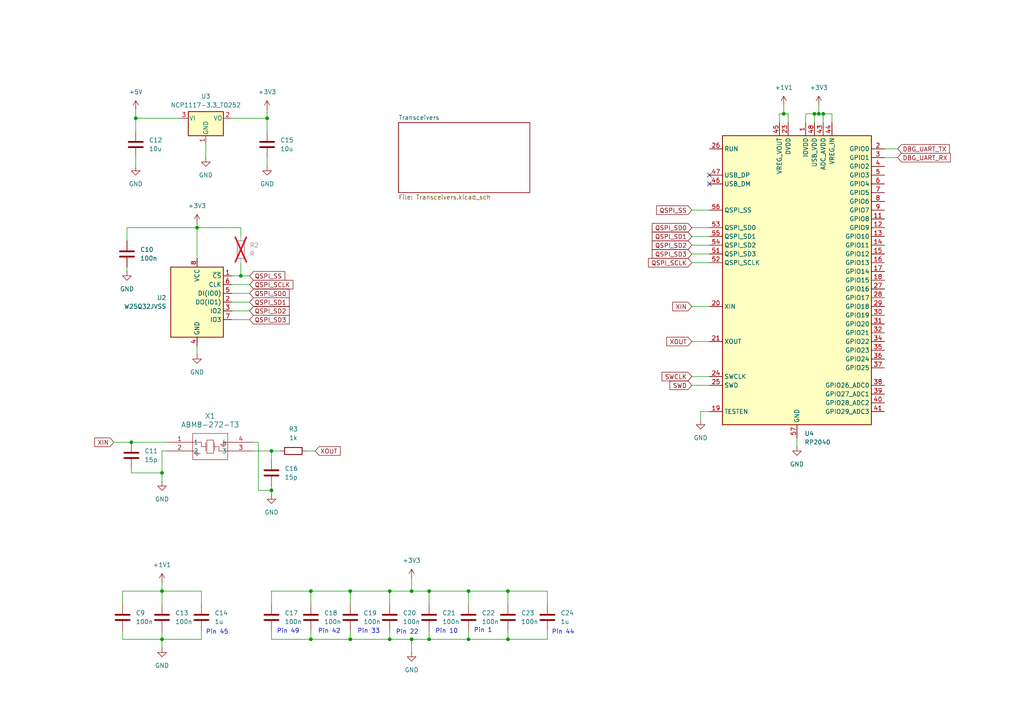
<source format=kicad_sch>
(kicad_sch (version 20231120) (generator "eeschema") (generator_version "8.0")
  (paper "A4")
  (lib_symbols
    (symbol "Device:C" (pin_numbers hide) (pin_names (offset 0.254))
      (property "Reference" "C" (at 0.635 2.54 0))
      (property "Value" "C" (at 0.635 -2.54 0))
      (symbol "C_0_1"
        (polyline (pts (xy -2.032 -0.762) (xy 2.032 -0.762)) (stroke (width 0.508)))
        (polyline (pts (xy -2.032 0.762) (xy 2.032 0.762)) (stroke (width 0.508)))
      )
      (symbol "C_1_1"
        (pin passive line (at 0 3.81 270) (length 2.794) (name "~") (number "1"))
        (pin passive line (at 0 -3.81 90) (length 2.794) (name "~") (number "2"))
      )
    )
    (symbol "Device:R" (pin_numbers hide) (pin_names (offset 0))
      (property "Reference" "R" (at 2.032 0 90))
      (property "Value" "R" (at 0 0 90))
      (symbol "R_0_1"
        (rectangle (start -1.016 -2.54) (end 1.016 2.54) (stroke (width 0.254)))
      )
      (symbol "R_1_1"
        (pin passive line (at 0 3.81 270) (length 1.27) (name "~") (number "1"))
        (pin passive line (at 0 -3.81 90) (length 1.27) (name "~") (number "2"))
      )
    )
    (symbol "Local:ABM8-272-T3" (pin_names (offset 0.254))
      (property "Reference" "X" (at 12.7 7.62 0))
      (property "Value" "ABM8-272-T3" (at 12.7 5.08 0))
      (symbol "ABM8-272-T3_0_1"
        (polyline (pts (xy 7.62 -5.08) (xy 17.78 -5.08)) (stroke (width 0.127)))
        (polyline (pts (xy 7.62 -2.54) (xy 8.89 -2.54)) (stroke (width 0.127)))
        (polyline (pts (xy 7.62 2.54) (xy 7.62 -5.08)) (stroke (width 0.127)))
        (polyline (pts (xy 7.9375 -3.175) (xy 9.8425 -3.175)) (stroke (width 0.127)))
        (polyline (pts (xy 8.255 -3.4925) (xy 9.525 -3.4925)) (stroke (width 0.127)))
        (polyline (pts (xy 8.5725 -3.81) (xy 9.2075 -3.81)) (stroke (width 0.127)))
        (polyline (pts (xy 8.89 -2.54) (xy 8.89 -3.175)) (stroke (width 0.127)))
        (polyline (pts (xy 10.16 -1.27) (xy 10.16 0)) (stroke (width 0.127)))
        (polyline (pts (xy 10.16 0) (xy 7.62 0)) (stroke (width 0.127)))
        (polyline (pts (xy 11.43 -1.27) (xy 10.16 -1.27)) (stroke (width 0.127)))
        (polyline (pts (xy 11.43 0) (xy 11.43 -2.54)) (stroke (width 0.127)))
        (polyline (pts (xy 11.7475 -3.175) (xy 13.6525 -3.175)) (stroke (width 0.127)))
        (polyline (pts (xy 11.7475 0.635) (xy 11.7475 -3.175)) (stroke (width 0.127)))
        (polyline (pts (xy 13.6525 -3.175) (xy 13.6525 0.635)) (stroke (width 0.127)))
        (polyline (pts (xy 13.6525 0.635) (xy 11.7475 0.635)) (stroke (width 0.127)))
        (polyline (pts (xy 13.97 -1.27) (xy 15.24 -1.27)) (stroke (width 0.127)))
        (polyline (pts (xy 13.97 0) (xy 13.97 -2.54)) (stroke (width 0.127)))
        (polyline (pts (xy 15.24 -2.54) (xy 17.78 -2.54)) (stroke (width 0.127)))
        (polyline (pts (xy 15.24 -1.27) (xy 15.24 -2.54)) (stroke (width 0.127)))
        (polyline (pts (xy 16.51 0) (xy 16.51 -0.635)) (stroke (width 0.127)))
        (polyline (pts (xy 16.8275 -1.27) (xy 16.1925 -1.27)) (stroke (width 0.127)))
        (polyline (pts (xy 17.145 -0.9525) (xy 15.875 -0.9525)) (stroke (width 0.127)))
        (polyline (pts (xy 17.4625 -0.635) (xy 15.5575 -0.635)) (stroke (width 0.127)))
        (polyline (pts (xy 17.78 -5.08) (xy 17.78 2.54)) (stroke (width 0.127)))
        (polyline (pts (xy 17.78 0) (xy 16.51 0)) (stroke (width 0.127)))
        (polyline (pts (xy 17.78 2.54) (xy 7.62 2.54)) (stroke (width 0.127)))
        (pin unspecified line (at 0 0 0) (length 7.62) (name "1") (number "1"))
        (pin unspecified line (at 0 -2.54 0) (length 7.62) (name "2") (number "2"))
        (pin unspecified line (at 25.4 -2.54 180) (length 7.62) (name "3") (number "3"))
        (pin unspecified line (at 25.4 0 180) (length 7.62) (name "4") (number "4"))
      )
    )
    (symbol "MCU_RaspberryPi:RP2040"
      (property "Reference" "U" (at 17.78 45.72 0))
      (property "Value" "RP2040" (at 17.78 43.18 0))
      (symbol "RP2040_0_1"
        (rectangle (start -21.59 41.91) (end 21.59 -41.91) (stroke (width 0.254)) (fill (type background)))
      )
      (symbol "RP2040_1_1"
        (pin power_in line (at 2.54 45.72 270) (length 3.81) (name "IOVDD") (number "1"))
        (pin passive line (at 2.54 45.72 270) (length 3.81) hide (name "IOVDD") (number "10"))
        (pin bidirectional line (at 25.4 17.78 180) (length 3.81) (name "GPIO8") (number "11"))
        (pin bidirectional line (at 25.4 15.24 180) (length 3.81) (name "GPIO9") (number "12"))
        (pin bidirectional line (at 25.4 12.7 180) (length 3.81) (name "GPIO10") (number "13"))
        (pin bidirectional line (at 25.4 10.16 180) (length 3.81) (name "GPIO11") (number "14"))
        (pin bidirectional line (at 25.4 7.62 180) (length 3.81) (name "GPIO12") (number "15"))
        (pin bidirectional line (at 25.4 5.08 180) (length 3.81) (name "GPIO13") (number "16"))
        (pin bidirectional line (at 25.4 2.54 180) (length 3.81) (name "GPIO14") (number "17"))
        (pin bidirectional line (at 25.4 0 180) (length 3.81) (name "GPIO15") (number "18"))
        (pin input line (at -25.4 -38.1 0) (length 3.81) (name "TESTEN") (number "19"))
        (pin bidirectional line (at 25.4 38.1 180) (length 3.81) (name "GPIO0") (number "2"))
        (pin input line (at -25.4 -7.62 0) (length 3.81) (name "XIN") (number "20"))
        (pin passive line (at -25.4 -17.78 0) (length 3.81) (name "XOUT") (number "21"))
        (pin passive line (at 2.54 45.72 270) (length 3.81) hide (name "IOVDD") (number "22"))
        (pin power_in line (at -2.54 45.72 270) (length 3.81) (name "DVDD") (number "23"))
        (pin input line (at -25.4 -27.94 0) (length 3.81) (name "SWCLK") (number "24"))
        (pin bidirectional line (at -25.4 -30.48 0) (length 3.81) (name "SWD") (number "25"))
        (pin input line (at -25.4 38.1 0) (length 3.81) (name "RUN") (number "26"))
        (pin bidirectional line (at 25.4 -2.54 180) (length 3.81) (name "GPIO16") (number "27"))
        (pin bidirectional line (at 25.4 -5.08 180) (length 3.81) (name "GPIO17") (number "28"))
        (pin bidirectional line (at 25.4 -7.62 180) (length 3.81) (name "GPIO18") (number "29"))
        (pin bidirectional line (at 25.4 35.56 180) (length 3.81) (name "GPIO1") (number "3"))
        (pin bidirectional line (at 25.4 -10.16 180) (length 3.81) (name "GPIO19") (number "30"))
        (pin bidirectional line (at 25.4 -12.7 180) (length 3.81) (name "GPIO20") (number "31"))
        (pin bidirectional line (at 25.4 -15.24 180) (length 3.81) (name "GPIO21") (number "32"))
        (pin passive line (at 2.54 45.72 270) (length 3.81) hide (name "IOVDD") (number "33"))
        (pin bidirectional line (at 25.4 -17.78 180) (length 3.81) (name "GPIO22") (number "34"))
        (pin bidirectional line (at 25.4 -20.32 180) (length 3.81) (name "GPIO23") (number "35"))
        (pin bidirectional line (at 25.4 -22.86 180) (length 3.81) (name "GPIO24") (number "36"))
        (pin bidirectional line (at 25.4 -25.4 180) (length 3.81) (name "GPIO25") (number "37"))
        (pin bidirectional line (at 25.4 -30.48 180) (length 3.81) (name "GPIO26_ADC0") (number "38"))
        (pin bidirectional line (at 25.4 -33.02 180) (length 3.81) (name "GPIO27_ADC1") (number "39"))
        (pin bidirectional line (at 25.4 33.02 180) (length 3.81) (name "GPIO2") (number "4"))
        (pin bidirectional line (at 25.4 -35.56 180) (length 3.81) (name "GPIO28_ADC2") (number "40"))
        (pin bidirectional line (at 25.4 -38.1 180) (length 3.81) (name "GPIO29_ADC3") (number "41"))
        (pin passive line (at 2.54 45.72 270) (length 3.81) hide (name "IOVDD") (number "42"))
        (pin power_in line (at 7.62 45.72 270) (length 3.81) (name "ADC_AVDD") (number "43"))
        (pin power_in line (at 10.16 45.72 270) (length 3.81) (name "VREG_IN") (number "44"))
        (pin power_out line (at -5.08 45.72 270) (length 3.81) (name "VREG_VOUT") (number "45"))
        (pin bidirectional line (at -25.4 27.94 0) (length 3.81) (name "USB_DM") (number "46"))
        (pin bidirectional line (at -25.4 30.48 0) (length 3.81) (name "USB_DP") (number "47"))
        (pin power_in line (at 5.08 45.72 270) (length 3.81) (name "USB_VDD") (number "48"))
        (pin passive line (at 2.54 45.72 270) (length 3.81) hide (name "IOVDD") (number "49"))
        (pin bidirectional line (at 25.4 30.48 180) (length 3.81) (name "GPIO3") (number "5"))
        (pin passive line (at -2.54 45.72 270) (length 3.81) hide (name "DVDD") (number "50"))
        (pin bidirectional line (at -25.4 7.62 0) (length 3.81) (name "QSPI_SD3") (number "51"))
        (pin output line (at -25.4 5.08 0) (length 3.81) (name "QSPI_SCLK") (number "52"))
        (pin bidirectional line (at -25.4 15.24 0) (length 3.81) (name "QSPI_SD0") (number "53"))
        (pin bidirectional line (at -25.4 10.16 0) (length 3.81) (name "QSPI_SD2") (number "54"))
        (pin bidirectional line (at -25.4 12.7 0) (length 3.81) (name "QSPI_SD1") (number "55"))
        (pin bidirectional line (at -25.4 20.32 0) (length 3.81) (name "QSPI_SS") (number "56"))
        (pin power_in line (at 0 -45.72 90) (length 3.81) (name "GND") (number "57"))
        (pin bidirectional line (at 25.4 27.94 180) (length 3.81) (name "GPIO4") (number "6"))
        (pin bidirectional line (at 25.4 25.4 180) (length 3.81) (name "GPIO5") (number "7"))
        (pin bidirectional line (at 25.4 22.86 180) (length 3.81) (name "GPIO6") (number "8"))
        (pin bidirectional line (at 25.4 20.32 180) (length 3.81) (name "GPIO7") (number "9"))
      )
    )
    (symbol "Memory_Flash:W25Q32JVSS"
      (property "Reference" "U" (at -6.35 11.43 0))
      (property "Value" "W25Q32JVSS" (at 7.62 11.43 0))
      (symbol "W25Q32JVSS_0_1"
        (rectangle (start -7.62 10.16) (end 7.62 -10.16) (stroke (width 0.254)) (fill (type background)))
      )
      (symbol "W25Q32JVSS_1_1"
        (pin input line (at -10.16 7.62 0) (length 2.54) (name "~{CS}") (number "1"))
        (pin bidirectional line (at -10.16 0 0) (length 2.54) (name "DO(IO1)") (number "2"))
        (pin bidirectional line (at -10.16 -2.54 0) (length 2.54) (name "IO2") (number "3"))
        (pin power_in line (at 0 -12.7 90) (length 2.54) (name "GND") (number "4"))
        (pin bidirectional line (at -10.16 2.54 0) (length 2.54) (name "DI(IO0)") (number "5"))
        (pin input line (at -10.16 5.08 0) (length 2.54) (name "CLK") (number "6"))
        (pin bidirectional line (at -10.16 -5.08 0) (length 2.54) (name "IO3") (number "7"))
        (pin power_in line (at 0 12.7 270) (length 2.54) (name "VCC") (number "8"))
      )
    )
    (symbol "Regulator_Linear:NCP1117-3.3_TO252" (pin_names (offset 0.254))
      (property "Reference" "U" (at -3.81 3.175 0))
      (property "Value" "NCP1117-3.3_TO252" (at 0 3.175 0))
      (symbol "NCP1117-3.3_TO252_0_1"
        (rectangle (start -5.08 1.905) (end 5.08 -5.08) (stroke (width 0.254)) (fill (type background)))
      )
      (symbol "NCP1117-3.3_TO252_1_1"
        (pin power_in line (at 0 -7.62 90) (length 2.54) (name "GND") (number "1"))
        (pin power_out line (at 7.62 0 180) (length 2.54) (name "VO") (number "2"))
        (pin power_in line (at -7.62 0 0) (length 2.54) (name "VI") (number "3"))
      )
    )
    (symbol "power:+1V1" (power) (pin_numbers hide) (pin_names (offset 0) hide)
      (property "Value" "+1V1" (at 0 3.556 0))
      (symbol "+1V1_0_1"
        (polyline (pts (xy -0.762 1.27) (xy 0 2.54)))
        (polyline (pts (xy 0 0) (xy 0 2.54)))
        (polyline (pts (xy 0 2.54) (xy 0.762 1.27)))
      )
      (symbol "+1V1_1_1"
        (pin power_in line (at 0 0 90) (length 0) (name "~") (number "1"))
      )
    )
    (symbol "power:+3V3" (power) (pin_numbers hide) (pin_names (offset 0) hide)
      (property "Value" "+3V3" (at 0 3.556 0))
      (symbol "+3V3_0_1"
        (polyline (pts (xy -0.762 1.27) (xy 0 2.54)))
        (polyline (pts (xy 0 0) (xy 0 2.54)))
        (polyline (pts (xy 0 2.54) (xy 0.762 1.27)))
      )
      (symbol "+3V3_1_1"
        (pin power_in line (at 0 0 90) (length 0) (name "~") (number "1"))
      )
    )
    (symbol "power:+5V" (power) (pin_numbers hide) (pin_names (offset 0) hide)
      (property "Value" "+5V" (at 0 3.556 0))
      (symbol "+5V_0_1"
        (polyline (pts (xy -0.762 1.27) (xy 0 2.54)))
        (polyline (pts (xy 0 0) (xy 0 2.54)))
        (polyline (pts (xy 0 2.54) (xy 0.762 1.27)))
      )
      (symbol "+5V_1_1"
        (pin power_in line (at 0 0 90) (length 0) (name "~") (number "1"))
      )
    )
    (symbol "power:GND" (power) (pin_numbers hide) (pin_names (offset 0) hide)
      (property "Value" "GND" (at 0 -3.81 0))
      (symbol "GND_0_1"
        (polyline (pts (xy 0 0) (xy 0 -1.27) (xy 1.27 -1.27) (xy 0 -2.54) (xy -1.27 -1.27) (xy 0 -1.27)))
      )
      (symbol "GND_1_1"
        (pin power_in line (at 0 0 270) (length 0) (name "~") (number "1"))
      )
    )
  )
  (junction (at 101.6 185.42))
  (junction (at 77.47 34.29))
  (junction (at 38.1 128.27))
  (junction (at 119.38 185.42))
  (junction (at 113.03 185.42))
  (junction (at 147.32 171.45))
  (junction (at 46.99 137.16))
  (junction (at 90.17 171.45))
  (junction (at 78.74 142.24))
  (junction (at 147.32 185.42))
  (junction (at 69.85 80.01))
  (junction (at 46.99 185.42))
  (junction (at 46.99 171.45))
  (junction (at 78.74 130.81))
  (junction (at 124.46 185.42))
  (junction (at 119.38 171.45))
  (junction (at 113.03 171.45))
  (junction (at 90.17 185.42))
  (junction (at 238.76 33.02))
  (junction (at 101.6 171.45))
  (junction (at 135.89 185.42))
  (junction (at 124.46 171.45))
  (junction (at 39.37 34.29))
  (junction (at 135.89 171.45))
  (junction (at 227.33 33.02))
  (junction (at 236.22 33.02))
  (junction (at 237.49 33.02))
  (junction (at 57.15 66.04))
  (no_connect (at 205.74 50.8))
  (no_connect (at 205.74 53.34))
  (wire (pts (xy 158.75 171.45) (xy 158.75 175.26)))
  (wire (pts (xy 67.31 34.29) (xy 77.47 34.29)))
  (wire (pts (xy 90.17 171.45) (xy 90.17 175.26)))
  (wire (pts (xy 67.31 92.71) (xy 72.39 92.71)))
  (wire (pts (xy 256.54 45.72) (xy 260.35 45.72)))
  (wire (pts (xy 200.66 71.12) (xy 205.74 71.12)))
  (wire (pts (xy 57.15 100.33) (xy 57.15 102.87)))
  (wire (pts (xy 46.99 139.7) (xy 46.99 137.16)))
  (wire (pts (xy 90.17 171.45) (xy 78.74 171.45)))
  (wire (pts (xy 78.74 130.81) (xy 81.28 130.81)))
  (wire (pts (xy 78.74 185.42) (xy 90.17 185.42)))
  (wire (pts (xy 74.93 142.24) (xy 78.74 142.24)))
  (wire (pts (xy 119.38 185.42) (xy 119.38 189.23)))
  (wire (pts (xy 231.14 127) (xy 231.14 129.54)))
  (wire (pts (xy 113.03 175.26) (xy 113.03 171.45)))
  (wire (pts (xy 46.99 171.45) (xy 46.99 175.26)))
  (wire (pts (xy 101.6 171.45) (xy 90.17 171.45)))
  (wire (pts (xy 74.93 128.27) (xy 74.93 142.24)))
  (wire (pts (xy 241.3 33.02) (xy 241.3 35.56)))
  (wire (pts (xy 147.32 185.42) (xy 147.32 182.88)))
  (wire (pts (xy 46.99 168.91) (xy 46.99 171.45)))
  (wire (pts (xy 200.66 68.58) (xy 205.74 68.58)))
  (wire (pts (xy 52.07 34.29) (xy 39.37 34.29)))
  (wire (pts (xy 237.49 33.02) (xy 236.22 33.02)))
  (wire (pts (xy 78.74 171.45) (xy 78.74 175.26)))
  (wire (pts (xy 46.99 185.42) (xy 46.99 187.96)))
  (wire (pts (xy 236.22 33.02) (xy 233.68 33.02)))
  (wire (pts (xy 200.66 88.9) (xy 205.74 88.9)))
  (wire (pts (xy 35.56 185.42) (xy 46.99 185.42)))
  (wire (pts (xy 78.74 130.81) (xy 78.74 133.35)))
  (wire (pts (xy 256.54 43.18) (xy 260.35 43.18)))
  (wire (pts (xy 200.66 60.96) (xy 205.74 60.96)))
  (wire (pts (xy 203.2 119.38) (xy 205.74 119.38)))
  (wire (pts (xy 69.85 68.58) (xy 69.85 66.04)))
  (wire (pts (xy 227.33 33.02) (xy 226.06 33.02)))
  (wire (pts (xy 46.99 137.16) (xy 46.99 130.81)))
  (wire (pts (xy 38.1 137.16) (xy 46.99 137.16)))
  (wire (pts (xy 147.32 185.42) (xy 158.75 185.42)))
  (wire (pts (xy 226.06 33.02) (xy 226.06 35.56)))
  (wire (pts (xy 200.66 66.04) (xy 205.74 66.04)))
  (wire (pts (xy 69.85 80.01) (xy 72.39 80.01)))
  (wire (pts (xy 233.68 33.02) (xy 233.68 35.56)))
  (wire (pts (xy 39.37 34.29) (xy 39.37 38.1)))
  (wire (pts (xy 67.31 82.55) (xy 72.39 82.55)))
  (wire (pts (xy 200.66 109.22) (xy 205.74 109.22)))
  (wire (pts (xy 67.31 87.63) (xy 72.39 87.63)))
  (wire (pts (xy 90.17 182.88) (xy 90.17 185.42)))
  (wire (pts (xy 35.56 182.88) (xy 35.56 185.42)))
  (wire (pts (xy 124.46 171.45) (xy 124.46 175.26)))
  (wire (pts (xy 46.99 171.45) (xy 58.42 171.45)))
  (wire (pts (xy 158.75 185.42) (xy 158.75 182.88)))
  (wire (pts (xy 35.56 175.26) (xy 35.56 171.45)))
  (wire (pts (xy 38.1 128.27) (xy 48.26 128.27)))
  (wire (pts (xy 57.15 66.04) (xy 36.83 66.04)))
  (wire (pts (xy 38.1 135.89) (xy 38.1 137.16)))
  (wire (pts (xy 119.38 167.64) (xy 119.38 171.45)))
  (wire (pts (xy 36.83 66.04) (xy 36.83 69.85)))
  (wire (pts (xy 36.83 77.47) (xy 36.83 78.74)))
  (wire (pts (xy 236.22 33.02) (xy 236.22 35.56)))
  (wire (pts (xy 77.47 31.75) (xy 77.47 34.29)))
  (wire (pts (xy 200.66 76.2) (xy 205.74 76.2)))
  (wire (pts (xy 147.32 171.45) (xy 158.75 171.45)))
  (wire (pts (xy 113.03 171.45) (xy 119.38 171.45)))
  (wire (pts (xy 59.69 41.91) (xy 59.69 45.72)))
  (wire (pts (xy 35.56 171.45) (xy 46.99 171.45)))
  (wire (pts (xy 73.66 130.81) (xy 78.74 130.81)))
  (wire (pts (xy 135.89 171.45) (xy 135.89 175.26)))
  (wire (pts (xy 113.03 171.45) (xy 101.6 171.45)))
  (wire (pts (xy 77.47 34.29) (xy 77.47 38.1)))
  (wire (pts (xy 203.2 121.92) (xy 203.2 119.38)))
  (wire (pts (xy 227.33 30.48) (xy 227.33 33.02)))
  (wire (pts (xy 74.93 128.27) (xy 73.66 128.27)))
  (wire (pts (xy 101.6 185.42) (xy 113.03 185.42)))
  (wire (pts (xy 228.6 33.02) (xy 228.6 35.56)))
  (wire (pts (xy 69.85 66.04) (xy 57.15 66.04)))
  (wire (pts (xy 200.66 73.66) (xy 205.74 73.66)))
  (wire (pts (xy 58.42 182.88) (xy 58.42 185.42)))
  (wire (pts (xy 238.76 33.02) (xy 241.3 33.02)))
  (wire (pts (xy 57.15 64.77) (xy 57.15 66.04)))
  (wire (pts (xy 88.9 130.81) (xy 91.44 130.81)))
  (wire (pts (xy 78.74 142.24) (xy 78.74 140.97)))
  (wire (pts (xy 90.17 185.42) (xy 101.6 185.42)))
  (wire (pts (xy 135.89 185.42) (xy 135.89 182.88)))
  (wire (pts (xy 227.33 33.02) (xy 228.6 33.02)))
  (wire (pts (xy 124.46 171.45) (xy 135.89 171.45)))
  (wire (pts (xy 101.6 182.88) (xy 101.6 185.42)))
  (wire (pts (xy 67.31 90.17) (xy 72.39 90.17)))
  (wire (pts (xy 200.66 111.76) (xy 205.74 111.76)))
  (wire (pts (xy 46.99 130.81) (xy 48.26 130.81)))
  (wire (pts (xy 135.89 171.45) (xy 147.32 171.45)))
  (wire (pts (xy 57.15 66.04) (xy 57.15 74.93)))
  (wire (pts (xy 124.46 185.42) (xy 124.46 182.88)))
  (wire (pts (xy 237.49 30.48) (xy 237.49 33.02)))
  (wire (pts (xy 119.38 171.45) (xy 124.46 171.45)))
  (wire (pts (xy 69.85 76.2) (xy 69.85 80.01)))
  (wire (pts (xy 124.46 185.42) (xy 135.89 185.42)))
  (wire (pts (xy 39.37 34.29) (xy 39.37 31.75)))
  (wire (pts (xy 39.37 45.72) (xy 39.37 48.26)))
  (wire (pts (xy 135.89 185.42) (xy 147.32 185.42)))
  (wire (pts (xy 58.42 185.42) (xy 46.99 185.42)))
  (wire (pts (xy 33.02 128.27) (xy 38.1 128.27)))
  (wire (pts (xy 101.6 171.45) (xy 101.6 175.26)))
  (wire (pts (xy 58.42 171.45) (xy 58.42 175.26)))
  (wire (pts (xy 77.47 45.72) (xy 77.47 48.26)))
  (wire (pts (xy 78.74 182.88) (xy 78.74 185.42)))
  (wire (pts (xy 67.31 85.09) (xy 72.39 85.09)))
  (wire (pts (xy 46.99 182.88) (xy 46.99 185.42)))
  (wire (pts (xy 147.32 171.45) (xy 147.32 175.26)))
  (wire (pts (xy 119.38 185.42) (xy 124.46 185.42)))
  (wire (pts (xy 113.03 182.88) (xy 113.03 185.42)))
  (wire (pts (xy 200.66 99.06) (xy 205.74 99.06)))
  (wire (pts (xy 113.03 185.42) (xy 119.38 185.42)))
  (wire (pts (xy 78.74 142.24) (xy 78.74 143.51)))
  (wire (pts (xy 238.76 33.02) (xy 238.76 35.56)))
  (wire (pts (xy 67.31 80.01) (xy 69.85 80.01)))
  (wire (pts (xy 237.49 33.02) (xy 238.76 33.02)))
  (text "Pin 44" (at 160.02 183.388 0) (effects (font (size 1.27 1.27)) (justify left)))
  (text "Pin 45" (at 59.69 183.388 0) (effects (font (size 1.27 1.27)) (justify left)))
  (text "Pin 42" (at 92.202 183.134 0) (effects (font (size 1.27 1.27)) (justify left)))
  (text "Pin 22" (at 114.808 183.388 0) (effects (font (size 1.27 1.27)) (justify left)))
  (text "Pin 10" (at 126.238 183.134 0) (effects (font (size 1.27 1.27)) (justify left)))
  (text "Pin 1" (at 137.414 182.88 0) (effects (font (size 1.27 1.27)) (justify left)))
  (text "Pin 33" (at 103.632 183.134 0) (effects (font (size 1.27 1.27)) (justify left)))
  (text "Pin 49" (at 80.264 183.134 0) (effects (font (size 1.27 1.27)) (justify left)))
  (global_label "QSPI_SD0" (shape input) (at 72.39 85.09 0) (property "Intersheetrefs" "${INTERSHEET_REFS}" (effects (hide yes))))
  (global_label "QSPI_SD3" (shape input) (at 72.39 92.71 0) (property "Intersheetrefs" "${INTERSHEET_REFS}" (effects (hide yes))))
  (global_label "DBG_UART_RX" (shape input) (at 260.35 45.72 0) (property "Intersheetrefs" "${INTERSHEET_REFS}" (effects (hide yes))))
  (global_label "XOUT" (shape input) (at 200.66 99.06 180) (property "Intersheetrefs" "${INTERSHEET_REFS}" (effects (hide yes))))
  (global_label "XOUT" (shape input) (at 91.44 130.81 0) (property "Intersheetrefs" "${INTERSHEET_REFS}" (effects (hide yes))))
  (global_label "QSPI_SCLK" (shape input) (at 72.39 82.55 0) (property "Intersheetrefs" "${INTERSHEET_REFS}" (effects (hide yes))))
  (global_label "QSPI_SD2" (shape input) (at 72.39 90.17 0) (property "Intersheetrefs" "${INTERSHEET_REFS}" (effects (hide yes))))
  (global_label "QSPI_SD0" (shape input) (at 200.66 66.04 180) (property "Intersheetrefs" "${INTERSHEET_REFS}" (effects (hide yes))))
  (global_label "XIN" (shape input) (at 33.02 128.27 180) (property "Intersheetrefs" "${INTERSHEET_REFS}" (effects (hide yes))))
  (global_label "DBG_UART_TX" (shape input) (at 260.35 43.18 0) (property "Intersheetrefs" "${INTERSHEET_REFS}" (effects (hide yes))))
  (global_label "QSPI_SS" (shape input) (at 72.39 80.01 0) (property "Intersheetrefs" "${INTERSHEET_REFS}" (effects (hide yes))))
  (global_label "QSPI_SD3" (shape input) (at 200.66 73.66 180) (property "Intersheetrefs" "${INTERSHEET_REFS}" (effects (hide yes))))
  (global_label "QSPI_SD1" (shape input) (at 200.66 68.58 180) (property "Intersheetrefs" "${INTERSHEET_REFS}" (effects (hide yes))))
  (global_label "XIN" (shape input) (at 200.66 88.9 180) (property "Intersheetrefs" "${INTERSHEET_REFS}" (effects (hide yes))))
  (global_label "SWCLK" (shape input) (at 200.66 109.22 180) (property "Intersheetrefs" "${INTERSHEET_REFS}" (effects (hide yes))))
  (global_label "QSPI_SD1" (shape input) (at 72.39 87.63 0) (property "Intersheetrefs" "${INTERSHEET_REFS}" (effects (hide yes))))
  (global_label "QSPI_SS" (shape input) (at 200.66 60.96 180) (property "Intersheetrefs" "${INTERSHEET_REFS}" (effects (hide yes))))
  (global_label "QSPI_SD2" (shape input) (at 200.66 71.12 180) (property "Intersheetrefs" "${INTERSHEET_REFS}" (effects (hide yes))))
  (global_label "QSPI_SCLK" (shape input) (at 200.66 76.2 180) (property "Intersheetrefs" "${INTERSHEET_REFS}" (effects (hide yes))))
  (global_label "SWD" (shape input) (at 200.66 111.76 180) (property "Intersheetrefs" "${INTERSHEET_REFS}" (effects (hide yes))))
  (symbol (lib_id "Device:C") (at 124.46 179.07 0) (unit 1)
    (property "Reference" "C21" (at 128.27 177.7999 0) (effects (justify left)))
    (property "Value" "100n" (at 128.27 180.3399 0) (effects (justify left)))
    (property "Footprint" "Capacitor_SMD:C_0402_1005Metric_Pad0.74x0.62mm_HandSolder" (effects (hide yes)))
    (property "Description" "Unpolarized capacitor" (effects (hide yes)))
  )
  (symbol (lib_id "Device:C") (at 135.89 179.07 0) (unit 1)
    (property "Reference" "C22" (at 139.7 177.7999 0) (effects (justify left)))
    (property "Value" "100n" (at 139.7 180.3399 0) (effects (justify left)))
    (property "Footprint" "Capacitor_SMD:C_0402_1005Metric_Pad0.74x0.62mm_HandSolder" (effects (hide yes)))
    (property "Description" "Unpolarized capacitor" (effects (hide yes)))
  )
  (symbol (lib_id "power:GND") (at 231.14 129.54 0) (unit 1)
    (property "Reference" "#PWR025" (effects (hide yes)))
    (property "Value" "GND" (at 231.14 134.62 0))
    (property "Description" "Power symbol creates a global label with name \"GND\" , ground" (effects (hide yes)))
  )
  (symbol (lib_id "power:+1V1") (at 46.99 168.91 0) (unit 1)
    (property "Reference" "#PWR013" (effects (hide yes)))
    (property "Value" "+1V1" (at 46.99 163.83 0))
    (property "Description" "Power symbol creates a global label with name \"+1V1\"" (effects (hide yes)))
  )
  (symbol (lib_id "MCU_RaspberryPi:RP2040") (at 231.14 81.28 0) (unit 1)
    (property "Reference" "U4" (at 233.3341 125.73 0) (effects (justify left)))
    (property "Value" "RP2040" (at 233.3341 128.27 0) (effects (justify left)))
    (property "Footprint" "Package_DFN_QFN:QFN-56-1EP_7x7mm_P0.4mm_EP3.2x3.2mm" (effects (hide yes)))
    (property "Datasheet" "https://datasheets.raspberrypi.com/rp2040/rp2040-datasheet.pdf" (effects (hide yes)))
    (property "Description" "A microcontroller by Raspberry Pi" (effects (hide yes)))
  )
  (symbol (lib_id "Device:C") (at 78.74 137.16 0) (unit 1)
    (property "Reference" "C16" (at 82.55 135.8899 0) (effects (justify left)))
    (property "Value" "15p" (at 82.55 138.4299 0) (effects (justify left)))
    (property "Footprint" "Capacitor_SMD:C_0402_1005Metric_Pad0.74x0.62mm_HandSolder" (effects (hide yes)))
    (property "Description" "Unpolarized capacitor" (effects (hide yes)))
  )
  (symbol (lib_id "Device:C") (at 78.74 179.07 0) (unit 1)
    (property "Reference" "C17" (at 82.55 177.7999 0) (effects (justify left)))
    (property "Value" "100n" (at 82.55 180.3399 0) (effects (justify left)))
    (property "Footprint" "Capacitor_SMD:C_0402_1005Metric_Pad0.74x0.62mm_HandSolder" (effects (hide yes)))
    (property "Description" "Unpolarized capacitor" (effects (hide yes)))
  )
  (symbol (lib_id "Device:C") (at 77.47 41.91 0) (unit 1)
    (property "Reference" "C15" (at 81.28 40.6399 0) (effects (justify left)))
    (property "Value" "10u" (at 81.28 43.1799 0) (effects (justify left)))
    (property "Footprint" "Capacitor_SMD:C_0603_1608Metric_Pad1.08x0.95mm_HandSolder" (effects (hide yes)))
    (property "Description" "Unpolarized capacitor" (effects (hide yes)))
  )
  (symbol (lib_id "power:GND") (at 46.99 139.7 0) (unit 1)
    (property "Reference" "#PWR012" (effects (hide yes)))
    (property "Value" "GND" (at 46.99 144.78 0))
    (property "Description" "Power symbol creates a global label with name \"GND\" , ground" (effects (hide yes)))
  )
  (symbol (lib_id "Device:R") (at 69.85 72.39 0) (unit 1) (dnp yes)
    (property "Reference" "R2" (at 72.39 71.1199 0) (effects (justify left)))
    (property "Value" "R" (at 72.39 73.6599 0) (effects (justify left)))
    (property "Footprint" "Resistor_SMD:R_0402_1005Metric_Pad0.72x0.64mm_HandSolder" (effects (hide yes)))
    (property "Description" "Resistor" (effects (hide yes)))
  )
  (symbol (lib_id "Device:C") (at 39.37 41.91 0) (unit 1)
    (property "Reference" "C12" (at 43.18 40.6399 0) (effects (justify left)))
    (property "Value" "10u" (at 43.18 43.1799 0) (effects (justify left)))
    (property "Footprint" "Capacitor_SMD:C_0603_1608Metric_Pad1.08x0.95mm_HandSolder" (effects (hide yes)))
    (property "Description" "Unpolarized capacitor" (effects (hide yes)))
  )
  (symbol (lib_id "Device:C") (at 38.1 132.08 0) (unit 1)
    (property "Reference" "C11" (at 41.91 130.8099 0) (effects (justify left)))
    (property "Value" "15p" (at 41.91 133.3499 0) (effects (justify left)))
    (property "Footprint" "Capacitor_SMD:C_0402_1005Metric_Pad0.74x0.62mm_HandSolder" (effects (hide yes)))
    (property "Description" "Unpolarized capacitor" (effects (hide yes)))
  )
  (symbol (lib_id "power:GND") (at 39.37 48.26 0) (unit 1)
    (property "Reference" "#PWR011" (effects (hide yes)))
    (property "Value" "GND" (at 39.37 53.34 0))
    (property "Description" "Power symbol creates a global label with name \"GND\" , ground" (effects (hide yes)))
  )
  (symbol (lib_id "Device:C") (at 158.75 179.07 0) (unit 1)
    (property "Reference" "C24" (at 162.56 177.7999 0) (effects (justify left)))
    (property "Value" "1u" (at 162.56 180.3399 0) (effects (justify left)))
    (property "Footprint" "Capacitor_SMD:C_0402_1005Metric_Pad0.74x0.62mm_HandSolder" (effects (hide yes)))
    (property "Description" "Unpolarized capacitor" (effects (hide yes)))
  )
  (symbol (lib_id "power:+3V3") (at 57.15 64.77 0) (unit 1)
    (property "Reference" "#PWR015" (effects (hide yes)))
    (property "Value" "+3V3" (at 57.15 59.69 0))
    (property "Description" "Power symbol creates a global label with name \"+3V3\"" (effects (hide yes)))
  )
  (symbol (lib_id "Device:C") (at 36.83 73.66 0) (unit 1)
    (property "Reference" "C10" (at 40.64 72.3899 0) (effects (justify left)))
    (property "Value" "100n" (at 40.64 74.9299 0) (effects (justify left)))
    (property "Footprint" "Capacitor_SMD:C_0402_1005Metric_Pad0.74x0.62mm_HandSolder" (effects (hide yes)))
    (property "Description" "Unpolarized capacitor" (effects (hide yes)))
  )
  (symbol (lib_id "Device:C") (at 101.6 179.07 0) (unit 1)
    (property "Reference" "C19" (at 105.41 177.7999 0) (effects (justify left)))
    (property "Value" "100n" (at 105.41 180.3399 0) (effects (justify left)))
    (property "Footprint" "Capacitor_SMD:C_0402_1005Metric_Pad0.74x0.62mm_HandSolder" (effects (hide yes)))
    (property "Description" "Unpolarized capacitor" (effects (hide yes)))
  )
  (symbol (lib_id "power:+3V3") (at 77.47 31.75 0) (unit 1)
    (property "Reference" "#PWR018" (effects (hide yes)))
    (property "Value" "+3V3" (at 77.47 26.67 0))
    (property "Description" "Power symbol creates a global label with name \"+3V3\"" (effects (hide yes)))
  )
  (symbol (lib_id "power:GND") (at 77.47 48.26 0) (unit 1)
    (property "Reference" "#PWR019" (effects (hide yes)))
    (property "Value" "GND" (at 77.47 53.34 0))
    (property "Description" "Power symbol creates a global label with name \"GND\" , ground" (effects (hide yes)))
  )
  (symbol (lib_id "power:GND") (at 203.2 121.92 0) (unit 1)
    (property "Reference" "#PWR023" (effects (hide yes)))
    (property "Value" "GND" (at 203.2 127 0))
    (property "Description" "Power symbol creates a global label with name \"GND\" , ground" (effects (hide yes)))
  )
  (symbol (lib_id "Device:R") (at 85.09 130.81 90) (unit 1)
    (property "Reference" "R3" (at 85.09 124.46 90))
    (property "Value" "1k" (at 85.09 127 90))
    (property "Footprint" "Resistor_SMD:R_0402_1005Metric_Pad0.72x0.64mm_HandSolder" (effects (hide yes)))
    (property "Description" "Resistor" (effects (hide yes)))
  )
  (symbol (lib_id "power:GND") (at 57.15 102.87 0) (unit 1)
    (property "Reference" "#PWR016" (effects (hide yes)))
    (property "Value" "GND" (at 57.15 107.95 0))
    (property "Description" "Power symbol creates a global label with name \"GND\" , ground" (effects (hide yes)))
  )
  (symbol (lib_id "Device:C") (at 147.32 179.07 0) (unit 1)
    (property "Reference" "C23" (at 151.13 177.7999 0) (effects (justify left)))
    (property "Value" "100n" (at 151.13 180.3399 0) (effects (justify left)))
    (property "Footprint" "Capacitor_SMD:C_0402_1005Metric_Pad0.74x0.62mm_HandSolder" (effects (hide yes)))
    (property "Description" "Unpolarized capacitor" (effects (hide yes)))
  )
  (symbol (lib_id "Device:C") (at 58.42 179.07 0) (unit 1)
    (property "Reference" "C14" (at 62.23 177.7999 0) (effects (justify left)))
    (property "Value" "1u" (at 62.23 180.3399 0) (effects (justify left)))
    (property "Footprint" "Capacitor_SMD:C_0402_1005Metric_Pad0.74x0.62mm_HandSolder" (effects (hide yes)))
    (property "Description" "Unpolarized capacitor" (effects (hide yes)))
  )
  (symbol (lib_id "Device:C") (at 90.17 179.07 0) (unit 1)
    (property "Reference" "C18" (at 93.98 177.7999 0) (effects (justify left)))
    (property "Value" "100n" (at 93.98 180.3399 0) (effects (justify left)))
    (property "Footprint" "Capacitor_SMD:C_0402_1005Metric_Pad0.74x0.62mm_HandSolder" (effects (hide yes)))
    (property "Description" "Unpolarized capacitor" (effects (hide yes)))
  )
  (symbol (lib_id "power:+3V3") (at 119.38 167.64 0) (unit 1)
    (property "Reference" "#PWR021" (effects (hide yes)))
    (property "Value" "+3V3" (at 119.38 162.56 0))
    (property "Description" "Power symbol creates a global label with name \"+3V3\"" (effects (hide yes)))
  )
  (symbol (lib_id "Local:ABM8-272-T3") (at 48.26 128.27 0) (unit 1)
    (property "Reference" "X1" (at 60.96 120.65 0) (effects (font (size 1.524 1.524))))
    (property "Value" "ABM8-272-T3" (at 60.96 123.19 0) (effects (font (size 1.524 1.524))))
    (property "Footprint" "Local:ABM8-272-T3_ABR" (effects (hide yes)))
    (property "Datasheet" "ABM8-272-T3" (effects (hide yes)))
  )
  (symbol (lib_id "power:GND") (at 36.83 78.74 0) (unit 1)
    (property "Reference" "#PWR09" (effects (hide yes)))
    (property "Value" "GND" (at 36.83 83.82 0))
    (property "Description" "Power symbol creates a global label with name \"GND\" , ground" (effects (hide yes)))
  )
  (symbol (lib_id "power:GND") (at 78.74 143.51 0) (unit 1)
    (property "Reference" "#PWR020" (effects (hide yes)))
    (property "Value" "GND" (at 78.74 148.59 0))
    (property "Description" "Power symbol creates a global label with name \"GND\" , ground" (effects (hide yes)))
  )
  (symbol (lib_id "Device:C") (at 113.03 179.07 0) (unit 1)
    (property "Reference" "C20" (at 116.84 177.7999 0) (effects (justify left)))
    (property "Value" "100n" (at 116.84 180.3399 0) (effects (justify left)))
    (property "Footprint" "Capacitor_SMD:C_0402_1005Metric_Pad0.74x0.62mm_HandSolder" (effects (hide yes)))
    (property "Description" "Unpolarized capacitor" (effects (hide yes)))
  )
  (symbol (lib_id "power:+5V") (at 39.37 31.75 0) (unit 1)
    (property "Reference" "#PWR010" (effects (hide yes)))
    (property "Value" "+5V" (at 39.37 26.67 0))
    (property "Description" "Power symbol creates a global label with name \"+5V\"" (effects (hide yes)))
  )
  (symbol (lib_id "power:GND") (at 119.38 189.23 0) (unit 1)
    (property "Reference" "#PWR022" (effects (hide yes)))
    (property "Value" "GND" (at 119.38 194.31 0))
    (property "Description" "Power symbol creates a global label with name \"GND\" , ground" (effects (hide yes)))
  )
  (symbol (lib_id "power:+1V1") (at 227.33 30.48 0) (unit 1)
    (property "Reference" "#PWR024" (effects (hide yes)))
    (property "Value" "+1V1" (at 227.33 25.4 0))
    (property "Description" "Power symbol creates a global label with name \"+1V1\"" (effects (hide yes)))
  )
  (symbol (lib_id "Regulator_Linear:NCP1117-3.3_TO252") (at 59.69 34.29 0) (unit 1)
    (property "Reference" "U3" (at 59.69 27.94 0))
    (property "Value" "NCP1117-3.3_TO252" (at 59.69 30.48 0))
    (property "Footprint" "Package_TO_SOT_SMD:TO-252-2" (effects (hide yes)))
    (property "Datasheet" "http://www.onsemi.com/pub_link/Collateral/NCP1117-D.PDF" (effects (hide yes)))
    (property "Description" "1A Low drop-out regulator, Fixed Output 3.3V, TO-252 (DPAK)" (effects (hide yes)))
  )
  (symbol (lib_id "Device:C") (at 35.56 179.07 0) (unit 1)
    (property "Reference" "C9" (at 39.37 177.7999 0) (effects (justify left)))
    (property "Value" "100n" (at 39.37 180.3399 0) (effects (justify left)))
    (property "Footprint" "Capacitor_SMD:C_0402_1005Metric_Pad0.74x0.62mm_HandSolder" (effects (hide yes)))
    (property "Description" "Unpolarized capacitor" (effects (hide yes)))
  )
  (symbol (lib_id "power:+3V3") (at 237.49 30.48 0) (unit 1)
    (property "Reference" "#PWR026" (effects (hide yes)))
    (property "Value" "+3V3" (at 237.49 25.4 0))
    (property "Description" "Power symbol creates a global label with name \"+3V3\"" (effects (hide yes)))
  )
  (symbol (lib_id "Memory_Flash:W25Q32JVSS") (at 57.15 87.63 0) (mirror y) (unit 1)
    (property "Reference" "U2" (at 48.26 86.3599 0) (effects (justify left)))
    (property "Value" "W25Q32JVSS" (at 48.26 88.8999 0) (effects (justify left)))
    (property "Footprint" "Package_SO:SOIC-8_5.23x5.23mm_P1.27mm" (effects (hide yes)))
    (property "Datasheet" "http://www.winbond.com/resource-files/w25q32jv%20revg%2003272018%20plus.pdf" (effects (hide yes)))
    (property "Description" "32Mb Serial Flash Memory, Standard/Dual/Quad SPI, SOIC-8" (effects (hide yes)))
  )
  (symbol (lib_id "power:GND") (at 59.69 45.72 0) (unit 1)
    (property "Reference" "#PWR017" (effects (hide yes)))
    (property "Value" "GND" (at 59.69 50.8 0))
    (property "Description" "Power symbol creates a global label with name \"GND\" , ground" (effects (hide yes)))
  )
  (symbol (lib_id "Device:C") (at 46.99 179.07 0) (unit 1)
    (property "Reference" "C13" (at 50.8 177.7999 0) (effects (justify left)))
    (property "Value" "100n" (at 50.8 180.3399 0) (effects (justify left)))
    (property "Footprint" "Capacitor_SMD:C_0402_1005Metric_Pad0.74x0.62mm_HandSolder" (effects (hide yes)))
    (property "Description" "Unpolarized capacitor" (effects (hide yes)))
  )
  (symbol (lib_id "power:GND") (at 46.99 187.96 0) (unit 1)
    (property "Reference" "#PWR014" (effects (hide yes)))
    (property "Value" "GND" (at 46.99 193.04 0))
    (property "Description" "Power symbol creates a global label with name \"GND\" , ground" (effects (hide yes)))
  )
  (sheet (at 115.57 35.56) (size 38.1 20.32) (stroke (width 0.1524))
    (property "Sheetname" "Transceivers" (at 115.57 34.8484 0) (effects (justify left bottom)))
    (property "Sheetfile" "Transceivers.kicad_sch" (at 115.57 56.4646 0) (effects (justify left top)))
  )
)
</source>
